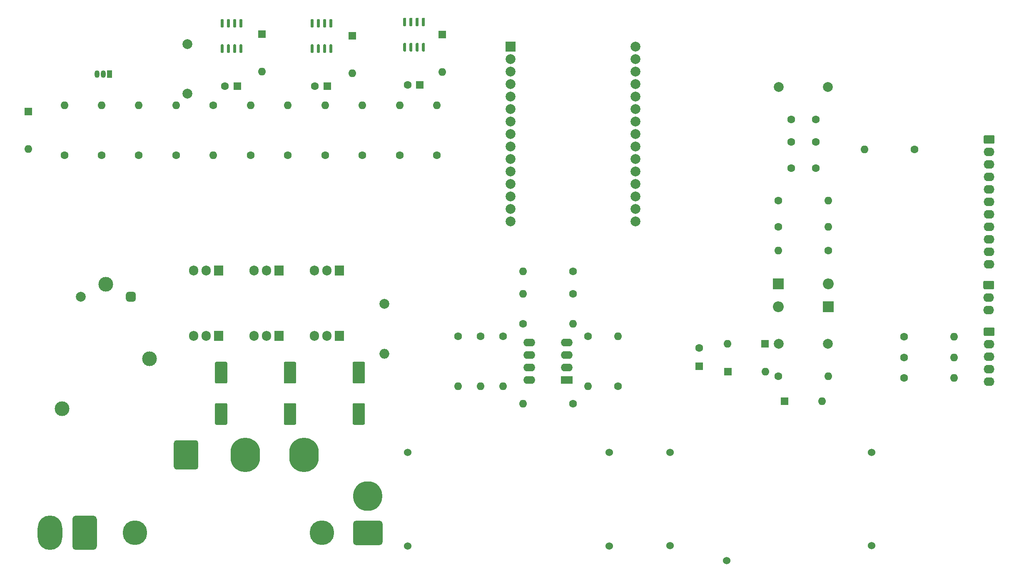
<source format=gbr>
%TF.GenerationSoftware,KiCad,Pcbnew,(5.1.9)-1*%
%TF.CreationDate,2021-04-29T11:39:32-05:00*%
%TF.ProjectId,controller_bldc,636f6e74-726f-46c6-9c65-725f626c6463,rev?*%
%TF.SameCoordinates,Original*%
%TF.FileFunction,Soldermask,Top*%
%TF.FilePolarity,Negative*%
%FSLAX46Y46*%
G04 Gerber Fmt 4.6, Leading zero omitted, Abs format (unit mm)*
G04 Created by KiCad (PCBNEW (5.1.9)-1) date 2021-04-29 11:39:32*
%MOMM*%
%LPD*%
G01*
G04 APERTURE LIST*
%ADD10C,2.000000*%
%ADD11O,2.000000X2.000000*%
%ADD12O,6.000000X7.000000*%
%ADD13O,5.000000X7.000000*%
%ADD14R,2.000000X2.000000*%
%ADD15O,6.000000X6.000000*%
%ADD16C,5.000000*%
%ADD17C,1.524000*%
%ADD18R,1.905000X2.000000*%
%ADD19O,1.905000X2.000000*%
%ADD20C,1.600000*%
%ADD21R,1.600000X1.600000*%
%ADD22O,1.600000X1.600000*%
%ADD23O,2.190000X1.740000*%
%ADD24R,2.200000X2.200000*%
%ADD25O,2.200000X2.200000*%
%ADD26R,2.400000X1.600000*%
%ADD27O,2.400000X1.600000*%
%ADD28C,3.000000*%
%ADD29O,1.050000X1.500000*%
%ADD30R,1.050000X1.500000*%
G04 APERTURE END LIST*
D10*
%TO.C,R11*%
X77212000Y-66492000D03*
D11*
X77212000Y-76652000D03*
%TD*%
%TO.C,J9*%
G36*
G01*
X34380800Y-99585400D02*
X34380800Y-94775400D01*
G75*
G02*
X34975800Y-94180400I595000J0D01*
G01*
X38785800Y-94180400D01*
G75*
G02*
X39380800Y-94775400I0J-595000D01*
G01*
X39380800Y-99585400D01*
G75*
G02*
X38785800Y-100180400I-595000J0D01*
G01*
X34975800Y-100180400D01*
G75*
G02*
X34380800Y-99585400I0J595000D01*
G01*
G37*
D12*
X48880800Y-97180400D03*
X60880800Y-97180400D03*
%TD*%
D13*
%TO.C,SW1*%
X9245400Y-113025000D03*
G36*
G01*
X18745400Y-110245000D02*
X18745400Y-115805000D01*
G75*
G02*
X18025400Y-116525000I-720000J0D01*
G01*
X14465400Y-116525000D01*
G75*
G02*
X13745400Y-115805000I0J720000D01*
G01*
X13745400Y-110245000D01*
G75*
G02*
X14465400Y-109525000I720000J0D01*
G01*
X18025400Y-109525000D01*
G75*
G02*
X18745400Y-110245000I0J-720000D01*
G01*
G37*
%TD*%
D10*
%TO.C,U1*%
X128291400Y-14166800D03*
X128291400Y-16706800D03*
X128291400Y-19246800D03*
X128291400Y-21786800D03*
X128291400Y-24326800D03*
X128291400Y-26866800D03*
X128291400Y-29406800D03*
X128291400Y-31946800D03*
X128291400Y-34486800D03*
X128291400Y-37026800D03*
X128291400Y-39566800D03*
X128291400Y-44646800D03*
X128291400Y-47186800D03*
X128291400Y-49726800D03*
X102840600Y-49729200D03*
X102840600Y-47189200D03*
X102840600Y-44649200D03*
X102840600Y-42109200D03*
X102840600Y-39569200D03*
X102840600Y-37029200D03*
X102840600Y-34489200D03*
X102840600Y-31949200D03*
X102840600Y-29409200D03*
X102840600Y-26869200D03*
X102840600Y-24329200D03*
X102840600Y-21789200D03*
X102840600Y-19249200D03*
X128291400Y-42106800D03*
X102840600Y-16709200D03*
D14*
X102840600Y-14169200D03*
%TD*%
%TO.C,J1*%
G36*
G01*
X76212800Y-115555400D02*
X71462800Y-115555400D01*
G75*
G02*
X70837800Y-114930400I0J625000D01*
G01*
X70837800Y-111180400D01*
G75*
G02*
X71462800Y-110555400I625000J0D01*
G01*
X76212800Y-110555400D01*
G75*
G02*
X76837800Y-111180400I0J-625000D01*
G01*
X76837800Y-114930400D01*
G75*
G02*
X76212800Y-115555400I-625000J0D01*
G01*
G37*
D15*
X73837800Y-105555400D03*
%TD*%
D16*
%TO.C,F1*%
X26487400Y-113025000D03*
X64487400Y-113025000D03*
%TD*%
D17*
%TO.C,U3*%
X135262000Y-96649000D03*
X135262000Y-115649000D03*
X176262000Y-96649000D03*
X146762000Y-118649000D03*
X176262000Y-115649000D03*
%TD*%
%TO.C,U5*%
X81934000Y-96713000D03*
X81934000Y-115713000D03*
X122934000Y-96713000D03*
X122934000Y-115713000D03*
%TD*%
D18*
%TO.C,Q2*%
X43531100Y-59645400D03*
D19*
X40991100Y-59645400D03*
X38451100Y-59645400D03*
%TD*%
D20*
%TO.C,C4*%
X81926500Y-21919200D03*
D21*
X84426500Y-21919200D03*
%TD*%
D10*
%TO.C,C1*%
X37118100Y-23659600D03*
X37118100Y-13659600D03*
%TD*%
D20*
%TO.C,C2*%
X44803500Y-22173200D03*
D21*
X47303500Y-22173200D03*
%TD*%
%TO.C,C3*%
X65591500Y-22173200D03*
D20*
X63091500Y-22173200D03*
%TD*%
D21*
%TO.C,D1*%
X52320000Y-11628000D03*
D22*
X52320000Y-19248000D03*
%TD*%
%TO.C,D2*%
X70671500Y-19578200D03*
D21*
X70671500Y-11958200D03*
%TD*%
%TO.C,D3*%
X88959500Y-11704200D03*
D22*
X88959500Y-19324200D03*
%TD*%
D23*
%TO.C,J6*%
X200082000Y-67703600D03*
X200082000Y-65163600D03*
G36*
G01*
X199236999Y-61753600D02*
X200927001Y-61753600D01*
G75*
G02*
X201177000Y-62003599I0J-249999D01*
G01*
X201177000Y-63243601D01*
G75*
G02*
X200927001Y-63493600I-249999J0D01*
G01*
X199236999Y-63493600D01*
G75*
G02*
X198987000Y-63243601I0J249999D01*
G01*
X198987000Y-62003599D01*
G75*
G02*
X199236999Y-61753600I249999J0D01*
G01*
G37*
%TD*%
%TO.C,J7*%
G36*
G01*
X199306999Y-71266000D02*
X200997001Y-71266000D01*
G75*
G02*
X201247000Y-71515999I0J-249999D01*
G01*
X201247000Y-72756001D01*
G75*
G02*
X200997001Y-73006000I-249999J0D01*
G01*
X199306999Y-73006000D01*
G75*
G02*
X199057000Y-72756001I0J249999D01*
G01*
X199057000Y-71515999D01*
G75*
G02*
X199306999Y-71266000I249999J0D01*
G01*
G37*
X200152000Y-74676000D03*
X200152000Y-77216000D03*
X200152000Y-79756000D03*
X200152000Y-82296000D03*
%TD*%
D22*
%TO.C,R1*%
X19711200Y-26106000D03*
D20*
X19711200Y-36266000D03*
%TD*%
%TO.C,R2*%
X27286900Y-36266000D03*
D22*
X27286900Y-26106000D03*
%TD*%
D20*
%TO.C,R3*%
X34862600Y-36266000D03*
D22*
X34862600Y-26106000D03*
%TD*%
%TO.C,R4*%
X42438300Y-36266000D03*
D20*
X42438300Y-26106000D03*
%TD*%
%TO.C,R5*%
X72741200Y-36266000D03*
D22*
X72741200Y-26106000D03*
%TD*%
%TO.C,R6*%
X65165500Y-26106000D03*
D20*
X65165500Y-36266000D03*
%TD*%
%TO.C,R7*%
X87892700Y-36266000D03*
D22*
X87892700Y-26106000D03*
%TD*%
%TO.C,R8*%
X80317000Y-26106000D03*
D20*
X80317000Y-36266000D03*
%TD*%
%TO.C,R9*%
X57589800Y-36266000D03*
D22*
X57589800Y-26106000D03*
%TD*%
D20*
%TO.C,R10*%
X50014100Y-36266000D03*
D22*
X50014100Y-26106000D03*
%TD*%
D20*
%TO.C,R12*%
X157306000Y-50800000D03*
D22*
X167466000Y-50800000D03*
%TD*%
D20*
%TO.C,R13*%
X182876000Y-73152000D03*
D22*
X193036000Y-73152000D03*
%TD*%
%TO.C,R14*%
X193036000Y-77343000D03*
D20*
X182876000Y-77343000D03*
%TD*%
%TO.C,R15*%
X182876000Y-81534000D03*
D22*
X193036000Y-81534000D03*
%TD*%
%TO.C,U4*%
G36*
G01*
X84999500Y-13404200D02*
X85299500Y-13404200D01*
G75*
G02*
X85449500Y-13554200I0J-150000D01*
G01*
X85449500Y-15004200D01*
G75*
G02*
X85299500Y-15154200I-150000J0D01*
G01*
X84999500Y-15154200D01*
G75*
G02*
X84849500Y-15004200I0J150000D01*
G01*
X84849500Y-13554200D01*
G75*
G02*
X84999500Y-13404200I150000J0D01*
G01*
G37*
G36*
G01*
X83729500Y-13404200D02*
X84029500Y-13404200D01*
G75*
G02*
X84179500Y-13554200I0J-150000D01*
G01*
X84179500Y-15004200D01*
G75*
G02*
X84029500Y-15154200I-150000J0D01*
G01*
X83729500Y-15154200D01*
G75*
G02*
X83579500Y-15004200I0J150000D01*
G01*
X83579500Y-13554200D01*
G75*
G02*
X83729500Y-13404200I150000J0D01*
G01*
G37*
G36*
G01*
X82459500Y-13404200D02*
X82759500Y-13404200D01*
G75*
G02*
X82909500Y-13554200I0J-150000D01*
G01*
X82909500Y-15004200D01*
G75*
G02*
X82759500Y-15154200I-150000J0D01*
G01*
X82459500Y-15154200D01*
G75*
G02*
X82309500Y-15004200I0J150000D01*
G01*
X82309500Y-13554200D01*
G75*
G02*
X82459500Y-13404200I150000J0D01*
G01*
G37*
G36*
G01*
X81189500Y-13404200D02*
X81489500Y-13404200D01*
G75*
G02*
X81639500Y-13554200I0J-150000D01*
G01*
X81639500Y-15004200D01*
G75*
G02*
X81489500Y-15154200I-150000J0D01*
G01*
X81189500Y-15154200D01*
G75*
G02*
X81039500Y-15004200I0J150000D01*
G01*
X81039500Y-13554200D01*
G75*
G02*
X81189500Y-13404200I150000J0D01*
G01*
G37*
G36*
G01*
X81189500Y-8254200D02*
X81489500Y-8254200D01*
G75*
G02*
X81639500Y-8404200I0J-150000D01*
G01*
X81639500Y-9854200D01*
G75*
G02*
X81489500Y-10004200I-150000J0D01*
G01*
X81189500Y-10004200D01*
G75*
G02*
X81039500Y-9854200I0J150000D01*
G01*
X81039500Y-8404200D01*
G75*
G02*
X81189500Y-8254200I150000J0D01*
G01*
G37*
G36*
G01*
X82459500Y-8254200D02*
X82759500Y-8254200D01*
G75*
G02*
X82909500Y-8404200I0J-150000D01*
G01*
X82909500Y-9854200D01*
G75*
G02*
X82759500Y-10004200I-150000J0D01*
G01*
X82459500Y-10004200D01*
G75*
G02*
X82309500Y-9854200I0J150000D01*
G01*
X82309500Y-8404200D01*
G75*
G02*
X82459500Y-8254200I150000J0D01*
G01*
G37*
G36*
G01*
X83729500Y-8254200D02*
X84029500Y-8254200D01*
G75*
G02*
X84179500Y-8404200I0J-150000D01*
G01*
X84179500Y-9854200D01*
G75*
G02*
X84029500Y-10004200I-150000J0D01*
G01*
X83729500Y-10004200D01*
G75*
G02*
X83579500Y-9854200I0J150000D01*
G01*
X83579500Y-8404200D01*
G75*
G02*
X83729500Y-8254200I150000J0D01*
G01*
G37*
G36*
G01*
X84999500Y-8254200D02*
X85299500Y-8254200D01*
G75*
G02*
X85449500Y-8404200I0J-150000D01*
G01*
X85449500Y-9854200D01*
G75*
G02*
X85299500Y-10004200I-150000J0D01*
G01*
X84999500Y-10004200D01*
G75*
G02*
X84849500Y-9854200I0J150000D01*
G01*
X84849500Y-8404200D01*
G75*
G02*
X84999500Y-8254200I150000J0D01*
G01*
G37*
%TD*%
%TO.C,U8*%
G36*
G01*
X47876500Y-8508200D02*
X48176500Y-8508200D01*
G75*
G02*
X48326500Y-8658200I0J-150000D01*
G01*
X48326500Y-10108200D01*
G75*
G02*
X48176500Y-10258200I-150000J0D01*
G01*
X47876500Y-10258200D01*
G75*
G02*
X47726500Y-10108200I0J150000D01*
G01*
X47726500Y-8658200D01*
G75*
G02*
X47876500Y-8508200I150000J0D01*
G01*
G37*
G36*
G01*
X46606500Y-8508200D02*
X46906500Y-8508200D01*
G75*
G02*
X47056500Y-8658200I0J-150000D01*
G01*
X47056500Y-10108200D01*
G75*
G02*
X46906500Y-10258200I-150000J0D01*
G01*
X46606500Y-10258200D01*
G75*
G02*
X46456500Y-10108200I0J150000D01*
G01*
X46456500Y-8658200D01*
G75*
G02*
X46606500Y-8508200I150000J0D01*
G01*
G37*
G36*
G01*
X45336500Y-8508200D02*
X45636500Y-8508200D01*
G75*
G02*
X45786500Y-8658200I0J-150000D01*
G01*
X45786500Y-10108200D01*
G75*
G02*
X45636500Y-10258200I-150000J0D01*
G01*
X45336500Y-10258200D01*
G75*
G02*
X45186500Y-10108200I0J150000D01*
G01*
X45186500Y-8658200D01*
G75*
G02*
X45336500Y-8508200I150000J0D01*
G01*
G37*
G36*
G01*
X44066500Y-8508200D02*
X44366500Y-8508200D01*
G75*
G02*
X44516500Y-8658200I0J-150000D01*
G01*
X44516500Y-10108200D01*
G75*
G02*
X44366500Y-10258200I-150000J0D01*
G01*
X44066500Y-10258200D01*
G75*
G02*
X43916500Y-10108200I0J150000D01*
G01*
X43916500Y-8658200D01*
G75*
G02*
X44066500Y-8508200I150000J0D01*
G01*
G37*
G36*
G01*
X44066500Y-13658200D02*
X44366500Y-13658200D01*
G75*
G02*
X44516500Y-13808200I0J-150000D01*
G01*
X44516500Y-15258200D01*
G75*
G02*
X44366500Y-15408200I-150000J0D01*
G01*
X44066500Y-15408200D01*
G75*
G02*
X43916500Y-15258200I0J150000D01*
G01*
X43916500Y-13808200D01*
G75*
G02*
X44066500Y-13658200I150000J0D01*
G01*
G37*
G36*
G01*
X45336500Y-13658200D02*
X45636500Y-13658200D01*
G75*
G02*
X45786500Y-13808200I0J-150000D01*
G01*
X45786500Y-15258200D01*
G75*
G02*
X45636500Y-15408200I-150000J0D01*
G01*
X45336500Y-15408200D01*
G75*
G02*
X45186500Y-15258200I0J150000D01*
G01*
X45186500Y-13808200D01*
G75*
G02*
X45336500Y-13658200I150000J0D01*
G01*
G37*
G36*
G01*
X46606500Y-13658200D02*
X46906500Y-13658200D01*
G75*
G02*
X47056500Y-13808200I0J-150000D01*
G01*
X47056500Y-15258200D01*
G75*
G02*
X46906500Y-15408200I-150000J0D01*
G01*
X46606500Y-15408200D01*
G75*
G02*
X46456500Y-15258200I0J150000D01*
G01*
X46456500Y-13808200D01*
G75*
G02*
X46606500Y-13658200I150000J0D01*
G01*
G37*
G36*
G01*
X47876500Y-13658200D02*
X48176500Y-13658200D01*
G75*
G02*
X48326500Y-13808200I0J-150000D01*
G01*
X48326500Y-15258200D01*
G75*
G02*
X48176500Y-15408200I-150000J0D01*
G01*
X47876500Y-15408200D01*
G75*
G02*
X47726500Y-15258200I0J150000D01*
G01*
X47726500Y-13808200D01*
G75*
G02*
X47876500Y-13658200I150000J0D01*
G01*
G37*
%TD*%
%TO.C,U9*%
G36*
G01*
X66164500Y-8508200D02*
X66464500Y-8508200D01*
G75*
G02*
X66614500Y-8658200I0J-150000D01*
G01*
X66614500Y-10108200D01*
G75*
G02*
X66464500Y-10258200I-150000J0D01*
G01*
X66164500Y-10258200D01*
G75*
G02*
X66014500Y-10108200I0J150000D01*
G01*
X66014500Y-8658200D01*
G75*
G02*
X66164500Y-8508200I150000J0D01*
G01*
G37*
G36*
G01*
X64894500Y-8508200D02*
X65194500Y-8508200D01*
G75*
G02*
X65344500Y-8658200I0J-150000D01*
G01*
X65344500Y-10108200D01*
G75*
G02*
X65194500Y-10258200I-150000J0D01*
G01*
X64894500Y-10258200D01*
G75*
G02*
X64744500Y-10108200I0J150000D01*
G01*
X64744500Y-8658200D01*
G75*
G02*
X64894500Y-8508200I150000J0D01*
G01*
G37*
G36*
G01*
X63624500Y-8508200D02*
X63924500Y-8508200D01*
G75*
G02*
X64074500Y-8658200I0J-150000D01*
G01*
X64074500Y-10108200D01*
G75*
G02*
X63924500Y-10258200I-150000J0D01*
G01*
X63624500Y-10258200D01*
G75*
G02*
X63474500Y-10108200I0J150000D01*
G01*
X63474500Y-8658200D01*
G75*
G02*
X63624500Y-8508200I150000J0D01*
G01*
G37*
G36*
G01*
X62354500Y-8508200D02*
X62654500Y-8508200D01*
G75*
G02*
X62804500Y-8658200I0J-150000D01*
G01*
X62804500Y-10108200D01*
G75*
G02*
X62654500Y-10258200I-150000J0D01*
G01*
X62354500Y-10258200D01*
G75*
G02*
X62204500Y-10108200I0J150000D01*
G01*
X62204500Y-8658200D01*
G75*
G02*
X62354500Y-8508200I150000J0D01*
G01*
G37*
G36*
G01*
X62354500Y-13658200D02*
X62654500Y-13658200D01*
G75*
G02*
X62804500Y-13808200I0J-150000D01*
G01*
X62804500Y-15258200D01*
G75*
G02*
X62654500Y-15408200I-150000J0D01*
G01*
X62354500Y-15408200D01*
G75*
G02*
X62204500Y-15258200I0J150000D01*
G01*
X62204500Y-13808200D01*
G75*
G02*
X62354500Y-13658200I150000J0D01*
G01*
G37*
G36*
G01*
X63624500Y-13658200D02*
X63924500Y-13658200D01*
G75*
G02*
X64074500Y-13808200I0J-150000D01*
G01*
X64074500Y-15258200D01*
G75*
G02*
X63924500Y-15408200I-150000J0D01*
G01*
X63624500Y-15408200D01*
G75*
G02*
X63474500Y-15258200I0J150000D01*
G01*
X63474500Y-13808200D01*
G75*
G02*
X63624500Y-13658200I150000J0D01*
G01*
G37*
G36*
G01*
X64894500Y-13658200D02*
X65194500Y-13658200D01*
G75*
G02*
X65344500Y-13808200I0J-150000D01*
G01*
X65344500Y-15258200D01*
G75*
G02*
X65194500Y-15408200I-150000J0D01*
G01*
X64894500Y-15408200D01*
G75*
G02*
X64744500Y-15258200I0J150000D01*
G01*
X64744500Y-13808200D01*
G75*
G02*
X64894500Y-13658200I150000J0D01*
G01*
G37*
G36*
G01*
X66164500Y-13658200D02*
X66464500Y-13658200D01*
G75*
G02*
X66614500Y-13808200I0J-150000D01*
G01*
X66614500Y-15258200D01*
G75*
G02*
X66464500Y-15408200I-150000J0D01*
G01*
X66164500Y-15408200D01*
G75*
G02*
X66014500Y-15258200I0J150000D01*
G01*
X66014500Y-13808200D01*
G75*
G02*
X66164500Y-13658200I150000J0D01*
G01*
G37*
%TD*%
D18*
%TO.C,Q1*%
X43531100Y-73005800D03*
D19*
X40991100Y-73005800D03*
X38451100Y-73005800D03*
%TD*%
%TO.C,Q3*%
X50701800Y-73005800D03*
X53241800Y-73005800D03*
D18*
X55781800Y-73005800D03*
%TD*%
%TO.C,Q4*%
X55781800Y-59645400D03*
D19*
X53241800Y-59645400D03*
X50701800Y-59645400D03*
%TD*%
D18*
%TO.C,Q5*%
X68032500Y-73005800D03*
D19*
X65492500Y-73005800D03*
X62952500Y-73005800D03*
%TD*%
%TO.C,Q6*%
X62952500Y-59645400D03*
X65492500Y-59645400D03*
D18*
X68032500Y-59645400D03*
%TD*%
D20*
%TO.C,C7*%
X159886000Y-38862000D03*
X164886000Y-38862000D03*
%TD*%
%TO.C,C8*%
X164886000Y-33528000D03*
X159886000Y-33528000D03*
%TD*%
%TO.C,C9*%
X164886000Y-28956000D03*
X159886000Y-28956000D03*
%TD*%
D10*
%TO.C,C13*%
X167386000Y-22352000D03*
X157386000Y-22352000D03*
%TD*%
D20*
%TO.C,R16*%
X115566000Y-59888000D03*
D22*
X105406000Y-59888000D03*
%TD*%
%TO.C,C10*%
G36*
G01*
X43011700Y-78250400D02*
X45011700Y-78250400D01*
G75*
G02*
X45261700Y-78500400I0J-250000D01*
G01*
X45261700Y-82400400D01*
G75*
G02*
X45011700Y-82650400I-250000J0D01*
G01*
X43011700Y-82650400D01*
G75*
G02*
X42761700Y-82400400I0J250000D01*
G01*
X42761700Y-78500400D01*
G75*
G02*
X43011700Y-78250400I250000J0D01*
G01*
G37*
G36*
G01*
X43011700Y-86650400D02*
X45011700Y-86650400D01*
G75*
G02*
X45261700Y-86900400I0J-250000D01*
G01*
X45261700Y-90800400D01*
G75*
G02*
X45011700Y-91050400I-250000J0D01*
G01*
X43011700Y-91050400D01*
G75*
G02*
X42761700Y-90800400I0J250000D01*
G01*
X42761700Y-86900400D01*
G75*
G02*
X43011700Y-86650400I250000J0D01*
G01*
G37*
%TD*%
%TO.C,C11*%
G36*
G01*
X57001700Y-86650400D02*
X59001700Y-86650400D01*
G75*
G02*
X59251700Y-86900400I0J-250000D01*
G01*
X59251700Y-90800400D01*
G75*
G02*
X59001700Y-91050400I-250000J0D01*
G01*
X57001700Y-91050400D01*
G75*
G02*
X56751700Y-90800400I0J250000D01*
G01*
X56751700Y-86900400D01*
G75*
G02*
X57001700Y-86650400I250000J0D01*
G01*
G37*
G36*
G01*
X57001700Y-78250400D02*
X59001700Y-78250400D01*
G75*
G02*
X59251700Y-78500400I0J-250000D01*
G01*
X59251700Y-82400400D01*
G75*
G02*
X59001700Y-82650400I-250000J0D01*
G01*
X57001700Y-82650400D01*
G75*
G02*
X56751700Y-82400400I0J250000D01*
G01*
X56751700Y-78500400D01*
G75*
G02*
X57001700Y-78250400I250000J0D01*
G01*
G37*
%TD*%
%TO.C,C12*%
G36*
G01*
X70991700Y-78250400D02*
X72991700Y-78250400D01*
G75*
G02*
X73241700Y-78500400I0J-250000D01*
G01*
X73241700Y-82400400D01*
G75*
G02*
X72991700Y-82650400I-250000J0D01*
G01*
X70991700Y-82650400D01*
G75*
G02*
X70741700Y-82400400I0J250000D01*
G01*
X70741700Y-78500400D01*
G75*
G02*
X70991700Y-78250400I250000J0D01*
G01*
G37*
G36*
G01*
X70991700Y-86650400D02*
X72991700Y-86650400D01*
G75*
G02*
X73241700Y-86900400I0J-250000D01*
G01*
X73241700Y-90800400D01*
G75*
G02*
X72991700Y-91050400I-250000J0D01*
G01*
X70991700Y-91050400D01*
G75*
G02*
X70741700Y-90800400I0J250000D01*
G01*
X70741700Y-86900400D01*
G75*
G02*
X70991700Y-86650400I250000J0D01*
G01*
G37*
%TD*%
D10*
%TO.C,C5*%
X157386000Y-74603200D03*
X167386000Y-74603200D03*
%TD*%
D24*
%TO.C,D4*%
X167466000Y-67056000D03*
D25*
X157306000Y-67056000D03*
%TD*%
%TO.C,D5*%
X167466000Y-62352400D03*
D24*
X157306000Y-62352400D03*
%TD*%
D21*
%TO.C,D6*%
X158576000Y-86304000D03*
D22*
X166196000Y-86304000D03*
%TD*%
%TO.C,D7*%
X154686000Y-80264000D03*
D21*
X147066000Y-80264000D03*
%TD*%
%TO.C,D8*%
X154574000Y-74578600D03*
D22*
X146954000Y-74578600D03*
%TD*%
D21*
%TO.C,C6*%
X141220000Y-79192000D03*
D20*
X141220000Y-75392000D03*
%TD*%
%TO.C,R18*%
X157306000Y-81203600D03*
D22*
X167466000Y-81203600D03*
%TD*%
%TO.C,R19*%
X124710000Y-73096000D03*
D20*
X124710000Y-83256000D03*
%TD*%
%TO.C,R20*%
X115566000Y-86812000D03*
D22*
X105406000Y-86812000D03*
%TD*%
D20*
%TO.C,R21*%
X92198000Y-73096000D03*
D22*
X92198000Y-83256000D03*
%TD*%
%TO.C,R22*%
X96770000Y-83256000D03*
D20*
X96770000Y-73096000D03*
%TD*%
D22*
%TO.C,R23*%
X118614000Y-83256000D03*
D20*
X118614000Y-73096000D03*
%TD*%
%TO.C,R24*%
X101342000Y-73096000D03*
D22*
X101342000Y-83256000D03*
%TD*%
D26*
%TO.C,U2*%
X114311000Y-81976000D03*
D27*
X106691000Y-74356000D03*
X114311000Y-79436000D03*
X106691000Y-76896000D03*
X114311000Y-76896000D03*
X106691000Y-79436000D03*
X114311000Y-74356000D03*
X106691000Y-81976000D03*
%TD*%
D20*
%TO.C,R17*%
X167466000Y-55626000D03*
D22*
X157306000Y-55626000D03*
%TD*%
D21*
%TO.C,D9*%
X4809700Y-27376000D03*
D22*
X4809700Y-34996000D03*
%TD*%
D28*
%TO.C,K1*%
X20560000Y-62468000D03*
D10*
X15460000Y-65008000D03*
D28*
X11660000Y-87808000D03*
X29460000Y-77668000D03*
G36*
G01*
X26160000Y-66008000D02*
X25160000Y-66008000D01*
G75*
G02*
X24660000Y-65508000I0J500000D01*
G01*
X24660000Y-64508000D01*
G75*
G02*
X25160000Y-64008000I500000J0D01*
G01*
X26160000Y-64008000D01*
G75*
G02*
X26660000Y-64508000I0J-500000D01*
G01*
X26660000Y-65508000D01*
G75*
G02*
X26160000Y-66008000I-500000J0D01*
G01*
G37*
%TD*%
D29*
%TO.C,Q7*%
X20062000Y-19756000D03*
X18792000Y-19756000D03*
D30*
X21332000Y-19756000D03*
%TD*%
D20*
%TO.C,R25*%
X12135500Y-36266000D03*
D22*
X12135500Y-26106000D03*
%TD*%
D20*
%TO.C,R26*%
X115566000Y-64460000D03*
D22*
X105406000Y-64460000D03*
%TD*%
%TO.C,R27*%
X115566000Y-70556000D03*
D20*
X105406000Y-70556000D03*
%TD*%
%TO.C,R28*%
X157306000Y-45466000D03*
D22*
X167466000Y-45466000D03*
%TD*%
%TO.C,J2*%
G36*
G01*
X199306999Y-32150000D02*
X200997001Y-32150000D01*
G75*
G02*
X201247000Y-32399999I0J-249999D01*
G01*
X201247000Y-33640001D01*
G75*
G02*
X200997001Y-33890000I-249999J0D01*
G01*
X199306999Y-33890000D01*
G75*
G02*
X199057000Y-33640001I0J249999D01*
G01*
X199057000Y-32399999D01*
G75*
G02*
X199306999Y-32150000I249999J0D01*
G01*
G37*
D23*
X200152000Y-35560000D03*
X200152000Y-38100000D03*
X200152000Y-40640000D03*
X200152000Y-43180000D03*
X200152000Y-45720000D03*
X200152000Y-48260000D03*
X200152000Y-50800000D03*
X200152000Y-53340000D03*
X200152000Y-55880000D03*
X200152000Y-58420000D03*
%TD*%
D20*
%TO.C,R29*%
X185000000Y-35000000D03*
D22*
X174840000Y-35000000D03*
%TD*%
M02*

</source>
